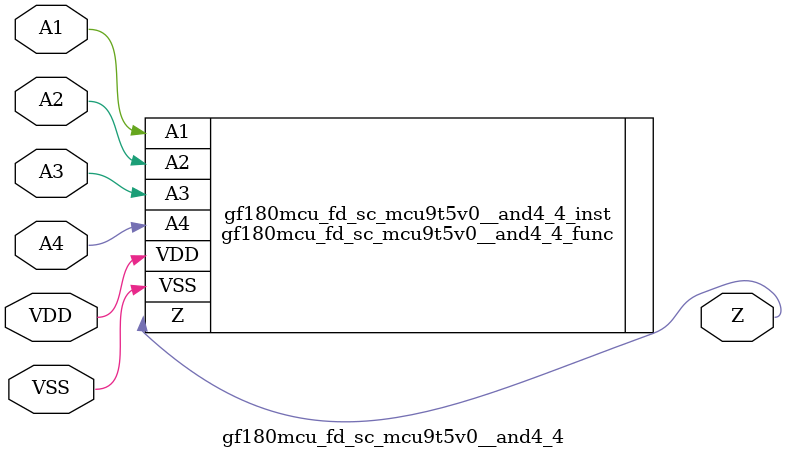
<source format=v>

module gf180mcu_fd_sc_mcu9t5v0__and4_4( A4, A3, A1, A2, Z, VDD, VSS );
input A1, A2, A3, A4;
inout VDD, VSS;
output Z;

   `ifdef FUNCTIONAL  //  functional //

	gf180mcu_fd_sc_mcu9t5v0__and4_4_func gf180mcu_fd_sc_mcu9t5v0__and4_4_behav_inst(.A4(A4),.A3(A3),.A1(A1),.A2(A2),.Z(Z),.VDD(VDD),.VSS(VSS));

   `else

	gf180mcu_fd_sc_mcu9t5v0__and4_4_func gf180mcu_fd_sc_mcu9t5v0__and4_4_inst(.A4(A4),.A3(A3),.A1(A1),.A2(A2),.Z(Z),.VDD(VDD),.VSS(VSS));

	// spec_gates_begin


	// spec_gates_end



   specify

	// specify_block_begin

	// comb arc A1 --> Z
	 (A1 => Z) = (1.0,1.0);

	// comb arc A2 --> Z
	 (A2 => Z) = (1.0,1.0);

	// comb arc A3 --> Z
	 (A3 => Z) = (1.0,1.0);

	// comb arc A4 --> Z
	 (A4 => Z) = (1.0,1.0);

	// specify_block_end

   endspecify

   `endif

endmodule

</source>
